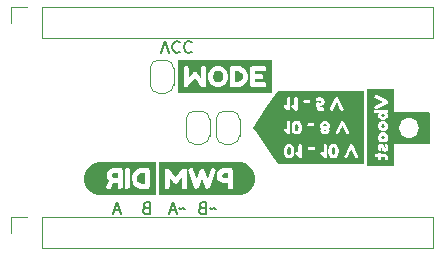
<source format=gbo>
%TF.GenerationSoftware,KiCad,Pcbnew,(6.0.0-0)*%
%TF.CreationDate,2023-05-28T12:29:54+10:00*%
%TF.ProjectId,motor-driver,6d6f746f-722d-4647-9269-7665722e6b69,v1.0.0*%
%TF.SameCoordinates,Original*%
%TF.FileFunction,Legend,Bot*%
%TF.FilePolarity,Positive*%
%FSLAX46Y46*%
G04 Gerber Fmt 4.6, Leading zero omitted, Abs format (unit mm)*
G04 Created by KiCad (PCBNEW (6.0.0-0)) date 2023-05-28 12:29:54*
%MOMM*%
%LPD*%
G01*
G04 APERTURE LIST*
G04 Aperture macros list*
%AMFreePoly0*
4,1,22,0.500000,-0.750000,0.000000,-0.750000,0.000000,-0.745033,-0.079941,-0.743568,-0.215256,-0.701293,-0.333266,-0.622738,-0.424486,-0.514219,-0.481581,-0.384460,-0.499164,-0.250000,-0.500000,-0.250000,-0.500000,0.250000,-0.499164,0.250000,-0.499963,0.256109,-0.478152,0.396186,-0.417904,0.524511,-0.324060,0.630769,-0.204165,0.706417,-0.067858,0.745374,0.000000,0.744959,0.000000,0.750000,
0.500000,0.750000,0.500000,-0.750000,0.500000,-0.750000,$1*%
%AMFreePoly1*
4,1,20,0.000000,0.744959,0.073905,0.744508,0.209726,0.703889,0.328688,0.626782,0.421226,0.519385,0.479903,0.390333,0.500000,0.250000,0.500000,-0.250000,0.499851,-0.262216,0.476331,-0.402017,0.414519,-0.529596,0.319384,-0.634700,0.198574,-0.708877,0.061801,-0.746166,0.000000,-0.745033,0.000000,-0.750000,-0.500000,-0.750000,-0.500000,0.750000,0.000000,0.750000,0.000000,0.744959,
0.000000,0.744959,$1*%
G04 Aperture macros list end*
%ADD10C,0.150000*%
%ADD11C,0.120000*%
%ADD12R,1.700000X1.700000*%
%ADD13O,1.700000X1.700000*%
%ADD14FreePoly0,270.000000*%
%ADD15FreePoly1,270.000000*%
G04 APERTURE END LIST*
D10*
X162306000Y-97790000D02*
X159258000Y-97790000D01*
X159258000Y-97790000D02*
X159258000Y-100330000D01*
X159258000Y-100330000D02*
X162306000Y-100330000D01*
X162306000Y-100330000D02*
X162306000Y-97790000D01*
G36*
X162306000Y-97790000D02*
G01*
X159258000Y-97790000D01*
X159258000Y-100330000D01*
X162306000Y-100330000D01*
X162306000Y-97790000D01*
G37*
X139636666Y-92749619D02*
X139970000Y-91749619D01*
X140303333Y-92749619D01*
X141208095Y-91844857D02*
X141160476Y-91797238D01*
X141017619Y-91749619D01*
X140922380Y-91749619D01*
X140779523Y-91797238D01*
X140684285Y-91892476D01*
X140636666Y-91987714D01*
X140589047Y-92178190D01*
X140589047Y-92321047D01*
X140636666Y-92511523D01*
X140684285Y-92606761D01*
X140779523Y-92702000D01*
X140922380Y-92749619D01*
X141017619Y-92749619D01*
X141160476Y-92702000D01*
X141208095Y-92654380D01*
X142208095Y-91844857D02*
X142160476Y-91797238D01*
X142017619Y-91749619D01*
X141922380Y-91749619D01*
X141779523Y-91797238D01*
X141684285Y-91892476D01*
X141636666Y-91987714D01*
X141589047Y-92178190D01*
X141589047Y-92321047D01*
X141636666Y-92511523D01*
X141684285Y-92606761D01*
X141779523Y-92702000D01*
X141922380Y-92749619D01*
X142017619Y-92749619D01*
X142160476Y-92702000D01*
X142208095Y-92654380D01*
X141660476Y-105989428D02*
X141612857Y-105941809D01*
X141517619Y-105894190D01*
X141327142Y-105989428D01*
X141231904Y-105941809D01*
X141184285Y-105894190D01*
X140850952Y-106084666D02*
X140374761Y-106084666D01*
X140946190Y-106370380D02*
X140612857Y-105370380D01*
X140279523Y-106370380D01*
X136128095Y-106084666D02*
X135651904Y-106084666D01*
X136223333Y-106370380D02*
X135890000Y-105370380D01*
X135556666Y-106370380D01*
X138358571Y-105846571D02*
X138215714Y-105894190D01*
X138168095Y-105941809D01*
X138120476Y-106037047D01*
X138120476Y-106179904D01*
X138168095Y-106275142D01*
X138215714Y-106322761D01*
X138310952Y-106370380D01*
X138691904Y-106370380D01*
X138691904Y-105370380D01*
X138358571Y-105370380D01*
X138263333Y-105418000D01*
X138215714Y-105465619D01*
X138168095Y-105560857D01*
X138168095Y-105656095D01*
X138215714Y-105751333D01*
X138263333Y-105798952D01*
X138358571Y-105846571D01*
X138691904Y-105846571D01*
X144271904Y-105989428D02*
X144224285Y-105941809D01*
X144129047Y-105894190D01*
X143938571Y-105989428D01*
X143843333Y-105941809D01*
X143795714Y-105894190D01*
X143081428Y-105846571D02*
X142938571Y-105894190D01*
X142890952Y-105941809D01*
X142843333Y-106037047D01*
X142843333Y-106179904D01*
X142890952Y-106275142D01*
X142938571Y-106322761D01*
X143033809Y-106370380D01*
X143414761Y-106370380D01*
X143414761Y-105370380D01*
X143081428Y-105370380D01*
X142986190Y-105418000D01*
X142938571Y-105465619D01*
X142890952Y-105560857D01*
X142890952Y-105656095D01*
X142938571Y-105751333D01*
X142986190Y-105798952D01*
X143081428Y-105846571D01*
X143414761Y-105846571D01*
D11*
%TO.C,JP2*%
X144288000Y-98360000D02*
X144288000Y-99760000D01*
X144988000Y-100460000D02*
X145588000Y-100460000D01*
X146288000Y-99760000D02*
X146288000Y-98360000D01*
X145588000Y-97660000D02*
X144988000Y-97660000D01*
X144288000Y-99760000D02*
G75*
G03*
X144988000Y-100460000I699999J-1D01*
G01*
X145588000Y-100460000D02*
G75*
G03*
X146288000Y-99760000I1J699999D01*
G01*
X144988000Y-97660000D02*
G75*
G03*
X144288000Y-98360000I-1J-699999D01*
G01*
X146288000Y-98360000D02*
G75*
G03*
X145588000Y-97660000I-699999J1D01*
G01*
%TO.C,kibuzzard-6471C20C*%
G36*
X158496000Y-99740244D02*
G01*
X158544419Y-99778344D01*
X158583313Y-99881531D01*
X158543625Y-99986306D01*
X158494412Y-100025597D01*
X158426150Y-100038694D01*
X158358284Y-100026391D01*
X158310263Y-99989481D01*
X158272163Y-99883119D01*
X158311850Y-99776756D01*
X158360864Y-99739847D01*
X158428531Y-99727544D01*
X158496000Y-99740244D01*
G37*
G36*
X159375343Y-95782739D02*
G01*
X159375343Y-102337261D01*
X157108657Y-102337261D01*
X157108657Y-101445219D01*
X157726062Y-101445219D01*
X157740747Y-101531341D01*
X157784800Y-101573806D01*
X157865762Y-101581744D01*
X158021337Y-101581744D01*
X158014987Y-101687313D01*
X158017369Y-101741288D01*
X158032450Y-101783356D01*
X158073328Y-101814313D01*
X158154687Y-101824631D01*
X158235253Y-101813916D01*
X158276925Y-101781769D01*
X158290419Y-101739700D01*
X158292800Y-101684931D01*
X158286450Y-101581744D01*
X158505525Y-101581744D01*
X158567438Y-101595238D01*
X158586488Y-101646038D01*
X158588869Y-101703188D01*
X158603950Y-101745256D01*
X158710313Y-101781769D01*
X158790878Y-101770656D01*
X158832550Y-101737319D01*
X158846044Y-101695250D01*
X158848425Y-101642069D01*
X158840135Y-101540822D01*
X158815264Y-101457213D01*
X158773813Y-101391244D01*
X158712606Y-101343619D01*
X158628468Y-101315044D01*
X158521400Y-101305519D01*
X158286450Y-101305519D01*
X158291213Y-101240431D01*
X158264225Y-101182488D01*
X158172150Y-101159469D01*
X158077694Y-101167406D01*
X158035625Y-101189631D01*
X158014987Y-101253131D01*
X158021337Y-101305519D01*
X157857825Y-101305519D01*
X157803850Y-101307900D01*
X157765750Y-101322981D01*
X157735984Y-101363859D01*
X157726062Y-101445219D01*
X157108657Y-101445219D01*
X157108657Y-100772119D01*
X157995937Y-100772119D01*
X158009431Y-100886419D01*
X158049912Y-101003894D01*
X158113412Y-101059456D01*
X158207075Y-101024531D01*
X158262638Y-100953094D01*
X158238825Y-100882450D01*
X158215012Y-100770531D01*
X158249938Y-100676869D01*
X158289228Y-100703856D01*
X158311850Y-100784819D01*
X158332488Y-100888006D01*
X158372175Y-100988019D01*
X158449169Y-101065012D01*
X158510883Y-101088230D01*
X158586488Y-101095969D01*
X158662886Y-101088230D01*
X158726981Y-101065012D01*
X158813500Y-100978494D01*
X158840840Y-100905028D01*
X158857244Y-100820097D01*
X158862713Y-100723700D01*
X158852835Y-100622894D01*
X158823201Y-100524733D01*
X158773813Y-100429219D01*
X158713488Y-100399056D01*
X158661497Y-100414138D01*
X158588075Y-100459381D01*
X158561088Y-100515738D01*
X158599981Y-100621306D01*
X158638875Y-100741956D01*
X158629350Y-100814584D01*
X158600775Y-100838794D01*
X158574581Y-100812203D01*
X158556325Y-100732431D01*
X158530528Y-100632816D01*
X158481713Y-100533994D01*
X158392019Y-100457794D01*
X158325145Y-100435172D01*
X158246763Y-100427631D01*
X158156465Y-100441411D01*
X158086234Y-100482749D01*
X158036069Y-100551647D01*
X158005970Y-100648103D01*
X157995937Y-100772119D01*
X157108657Y-100772119D01*
X157108657Y-99884706D01*
X157992762Y-99884706D01*
X158006433Y-99994597D01*
X158047443Y-100095667D01*
X158115794Y-100187919D01*
X158205311Y-100261120D01*
X158309822Y-100305041D01*
X158429325Y-100319681D01*
X158553745Y-100302616D01*
X158663481Y-100251419D01*
X158752381Y-100175814D01*
X158814294Y-100085525D01*
X158850608Y-99986108D01*
X158862713Y-99883119D01*
X158849814Y-99779931D01*
X158811119Y-99679919D01*
X158747222Y-99589233D01*
X158658719Y-99514025D01*
X158551364Y-99463423D01*
X158430913Y-99446556D01*
X158311321Y-99461373D01*
X158206546Y-99505823D01*
X158116587Y-99579906D01*
X158047796Y-99673040D01*
X158006521Y-99774640D01*
X157992762Y-99884706D01*
X157108657Y-99884706D01*
X157108657Y-98932206D01*
X157992762Y-98932206D01*
X158006433Y-99042097D01*
X158047443Y-99143167D01*
X158115794Y-99235419D01*
X158205311Y-99308620D01*
X158309822Y-99352541D01*
X158429325Y-99367181D01*
X158553745Y-99350116D01*
X158663481Y-99298919D01*
X158752381Y-99223314D01*
X158814294Y-99133025D01*
X158850608Y-99033608D01*
X158862713Y-98930619D01*
X158849814Y-98827431D01*
X158811119Y-98727419D01*
X158747222Y-98636733D01*
X158658719Y-98561525D01*
X158551364Y-98510923D01*
X158430913Y-98494056D01*
X158311321Y-98508873D01*
X158206546Y-98553323D01*
X158116587Y-98627406D01*
X158047796Y-98720540D01*
X158006521Y-98822140D01*
X157992762Y-98932206D01*
X157108657Y-98932206D01*
X157108657Y-97717769D01*
X157621287Y-97717769D01*
X157632003Y-97797937D01*
X157664150Y-97838419D01*
X157706219Y-97853500D01*
X157760987Y-97855881D01*
X158091187Y-97855881D01*
X158032847Y-97932875D01*
X158013400Y-98036856D01*
X158027335Y-98128490D01*
X158069139Y-98215009D01*
X158138812Y-98296412D01*
X158226919Y-98362117D01*
X158324021Y-98401540D01*
X158430119Y-98414681D01*
X158536128Y-98401628D01*
X158632966Y-98362470D01*
X158720631Y-98297206D01*
X158789864Y-98216949D01*
X158831403Y-98132812D01*
X158845250Y-98044794D01*
X158826200Y-97929303D01*
X158769050Y-97852706D01*
X158827391Y-97812225D01*
X158846838Y-97716181D01*
X158836122Y-97635616D01*
X158803975Y-97593944D01*
X158761906Y-97580450D01*
X158707138Y-97578069D01*
X157759400Y-97578069D01*
X157704631Y-97580450D01*
X157664150Y-97593944D01*
X157632003Y-97636012D01*
X157621287Y-97717769D01*
X157108657Y-97717769D01*
X157108657Y-97303431D01*
X157675262Y-97303431D01*
X157702250Y-97397094D01*
X157750669Y-97467341D01*
X157803850Y-97490756D01*
X157880050Y-97466944D01*
X158769050Y-97028794D01*
X158825406Y-96975612D01*
X158846838Y-96901794D01*
X158846838Y-96885919D01*
X158825406Y-96810512D01*
X158769050Y-96757331D01*
X157880050Y-96319181D01*
X157803850Y-96295369D01*
X157750669Y-96318784D01*
X157702250Y-96389031D01*
X157675262Y-96469200D01*
X157681612Y-96511269D01*
X157703837Y-96538256D01*
X157745906Y-96564450D01*
X157790356Y-96585683D01*
X157877669Y-96625569D01*
X157989786Y-96676567D01*
X158108650Y-96731137D01*
X158227514Y-96785906D01*
X158339631Y-96837500D01*
X158424364Y-96876592D01*
X158461075Y-96893856D01*
X157765750Y-97211356D01*
X157718125Y-97233581D01*
X157675262Y-97303431D01*
X157108657Y-97303431D01*
X157108657Y-95782739D01*
X159375343Y-95782739D01*
G37*
G36*
X158496000Y-98787744D02*
G01*
X158544419Y-98825844D01*
X158583313Y-98929031D01*
X158543625Y-99033806D01*
X158494412Y-99073097D01*
X158426150Y-99086194D01*
X158358284Y-99073891D01*
X158310263Y-99036981D01*
X158272163Y-98930619D01*
X158311850Y-98824256D01*
X158360864Y-98787347D01*
X158428531Y-98775044D01*
X158496000Y-98787744D01*
G37*
G36*
X158526163Y-97897950D02*
G01*
X158569025Y-97995581D01*
X158526163Y-98095594D01*
X158430913Y-98136869D01*
X158334869Y-98098769D01*
X158291213Y-97997169D01*
X158335663Y-97896362D01*
X158431706Y-97859056D01*
X158526163Y-97897950D01*
G37*
%TO.C,kibuzzard-6471BDC6*%
G36*
X138249356Y-103820913D02*
G01*
X138018374Y-103820913D01*
X137855259Y-103789063D01*
X137708812Y-103693516D01*
X137605227Y-103549748D01*
X137570699Y-103373237D01*
X137604334Y-103196132D01*
X137705240Y-103050578D01*
X137851389Y-102953245D01*
X138020756Y-102920800D01*
X138249356Y-102920800D01*
X138249356Y-103820913D01*
G37*
G36*
X135960974Y-103342281D02*
G01*
X135656174Y-103342281D01*
X135518062Y-103289894D01*
X135449006Y-103132731D01*
X135518062Y-102974378D01*
X135660937Y-102920800D01*
X135960974Y-102920800D01*
X135960974Y-103342281D01*
G37*
G36*
X134361620Y-104764982D02*
G01*
X134226329Y-104744913D01*
X134093658Y-104711681D01*
X133964882Y-104665604D01*
X133841243Y-104607127D01*
X133723931Y-104536813D01*
X133614076Y-104455339D01*
X133512736Y-104363489D01*
X133420887Y-104262149D01*
X133339412Y-104152294D01*
X133292080Y-104073325D01*
X135010856Y-104073325D01*
X135047765Y-104156669D01*
X135158493Y-104225725D01*
X135281127Y-104259063D01*
X135357327Y-104236441D01*
X135401381Y-104190006D01*
X135432601Y-104122008D01*
X135494514Y-103978340D01*
X135587118Y-103759000D01*
X135660937Y-103763763D01*
X135960974Y-103763763D01*
X135960974Y-104032844D01*
X135964546Y-104114997D01*
X135987168Y-104178100D01*
X136050271Y-104226320D01*
X136172906Y-104242394D01*
X136305065Y-104220367D01*
X136368168Y-104154288D01*
X136381907Y-104035225D01*
X136572956Y-104035225D01*
X136576527Y-104118569D01*
X136599149Y-104180481D01*
X136662252Y-104228702D01*
X136784887Y-104244775D01*
X136917046Y-104222153D01*
X136980149Y-104154288D01*
X136994437Y-104032844D01*
X136994437Y-103360141D01*
X137149218Y-103360141D01*
X137165217Y-103535237D01*
X137213214Y-103697385D01*
X137293209Y-103846585D01*
X137405202Y-103982838D01*
X137539966Y-104096393D01*
X137688274Y-104177505D01*
X137850124Y-104226171D01*
X138025518Y-104242394D01*
X138461287Y-104242394D01*
X138579159Y-104227511D01*
X138642262Y-104182863D01*
X138670837Y-104030463D01*
X138670837Y-102706487D01*
X138667265Y-102623144D01*
X138644643Y-102561231D01*
X138581540Y-102513011D01*
X138458906Y-102496937D01*
X138018374Y-102499319D01*
X137850943Y-102514871D01*
X137693929Y-102561529D01*
X137547333Y-102639292D01*
X137411156Y-102748159D01*
X137296558Y-102879723D01*
X137214702Y-103025575D01*
X137165589Y-103185714D01*
X137149218Y-103360141D01*
X136994437Y-103360141D01*
X136994437Y-102708869D01*
X136990865Y-102626716D01*
X136968243Y-102563612D01*
X136905140Y-102515392D01*
X136782506Y-102499319D01*
X136649751Y-102521345D01*
X136584862Y-102587425D01*
X136572956Y-102711250D01*
X136572956Y-104035225D01*
X136381907Y-104035225D01*
X136382456Y-104030463D01*
X136382456Y-102708869D01*
X136378884Y-102626716D01*
X136356262Y-102563612D01*
X136293159Y-102515392D01*
X136170524Y-102499319D01*
X135656174Y-102499319D01*
X135517797Y-102516252D01*
X135382066Y-102567052D01*
X135248981Y-102651719D01*
X135162065Y-102738634D01*
X135091818Y-102851744D01*
X135045384Y-102985094D01*
X135029906Y-103132731D01*
X135049749Y-103301535D01*
X135109281Y-103449173D01*
X135208499Y-103575644D01*
X135167224Y-103673275D01*
X135113249Y-103797894D01*
X135046574Y-103949500D01*
X135010856Y-104073325D01*
X133292080Y-104073325D01*
X133269098Y-104034982D01*
X133210622Y-103911343D01*
X133164545Y-103782568D01*
X133131312Y-103649896D01*
X133111244Y-103514606D01*
X133104533Y-103378000D01*
X133111244Y-103241394D01*
X133131312Y-103106104D01*
X133164545Y-102973432D01*
X133210622Y-102844657D01*
X133269098Y-102721018D01*
X133339412Y-102603706D01*
X133420887Y-102493851D01*
X133512736Y-102392511D01*
X133614076Y-102300661D01*
X133723931Y-102219187D01*
X133841243Y-102148873D01*
X133964882Y-102090396D01*
X134093658Y-102044319D01*
X134226329Y-102011087D01*
X134361620Y-101991018D01*
X134498225Y-101984307D01*
X139183467Y-101984307D01*
X139183467Y-104771693D01*
X134498225Y-104771693D01*
X134361620Y-104764982D01*
G37*
%TO.C,kibuzzard-6471C159*%
G36*
X151181107Y-98755901D02*
G01*
X151231449Y-98813379D01*
X151261655Y-98909177D01*
X151271723Y-99043293D01*
X151271723Y-99052677D01*
X151261753Y-99190215D01*
X151231840Y-99288456D01*
X151181987Y-99347401D01*
X151112191Y-99367049D01*
X151042396Y-99347352D01*
X150992542Y-99288261D01*
X150962630Y-99189775D01*
X150952659Y-99051895D01*
X150962532Y-98914015D01*
X150992151Y-98815530D01*
X151041516Y-98756438D01*
X151110627Y-98736741D01*
X151181107Y-98755901D01*
G37*
G36*
X153616218Y-98760202D02*
G01*
X153650627Y-98840750D01*
X153615436Y-98921298D01*
X153512210Y-98958835D01*
X153408201Y-98922080D01*
X153372228Y-98841532D01*
X153408201Y-98760202D01*
X153512992Y-98722665D01*
X153616218Y-98760202D01*
G37*
G36*
X154300796Y-100744411D02*
G01*
X154351894Y-100802751D01*
X154382552Y-100899986D01*
X154392772Y-101036114D01*
X154392772Y-101045639D01*
X154382652Y-101185240D01*
X154352291Y-101284954D01*
X154301689Y-101344783D01*
X154230847Y-101364726D01*
X154160005Y-101344734D01*
X154109403Y-101284756D01*
X154079042Y-101184793D01*
X154068922Y-101044845D01*
X154078943Y-100904897D01*
X154109006Y-100804934D01*
X154159112Y-100744956D01*
X154229259Y-100724964D01*
X154300796Y-100744411D01*
G37*
G36*
X147445085Y-99060000D02*
G01*
X148641783Y-97264954D01*
X150023278Y-97264954D01*
X150078764Y-97355888D01*
X150331531Y-97583995D01*
X150336155Y-97587077D01*
X150423236Y-97627150D01*
X150496446Y-97619444D01*
X150536519Y-97601719D01*
X150558096Y-97568582D01*
X150565803Y-97486895D01*
X150565803Y-97264954D01*
X150650572Y-97264954D01*
X150706057Y-97355888D01*
X150958824Y-97583995D01*
X150963448Y-97587077D01*
X151050530Y-97627150D01*
X151123739Y-97619444D01*
X151163812Y-97601719D01*
X151185390Y-97568582D01*
X151193096Y-97486895D01*
X151193096Y-96833400D01*
X151683218Y-96833400D01*
X151692465Y-96902757D01*
X151721749Y-96939747D01*
X151795730Y-96953619D01*
X152162550Y-96953619D01*
X152231136Y-96940903D01*
X152264273Y-96902757D01*
X152273521Y-96831859D01*
X152265044Y-96761732D01*
X152238072Y-96723971D01*
X152161009Y-96710099D01*
X151794189Y-96710099D01*
X151725217Y-96723200D01*
X151690924Y-96762502D01*
X151683218Y-96833400D01*
X151193096Y-96833400D01*
X151193096Y-96679274D01*
X152725111Y-96679274D01*
X152782138Y-96779456D01*
X152871531Y-96830318D01*
X152974795Y-96780997D01*
X153071124Y-96748631D01*
X153172847Y-96777915D01*
X153205985Y-96858831D01*
X153169765Y-96940518D01*
X153087307Y-96970573D01*
X153013327Y-96942830D01*
X152929328Y-96907381D01*
X152832229Y-96936665D01*
X152760560Y-96983673D01*
X152743606Y-97021434D01*
X152751312Y-97093488D01*
X152774431Y-97269577D01*
X152797935Y-97442969D01*
X152806798Y-97506932D01*
X152817587Y-97539298D01*
X152839935Y-97580912D01*
X152880008Y-97614050D01*
X152942429Y-97628692D01*
X153176701Y-97627150D01*
X153321579Y-97627150D01*
X153375523Y-97624838D01*
X153415596Y-97610196D01*
X153446807Y-97568582D01*
X153454266Y-97510014D01*
X153931919Y-97510014D01*
X153954653Y-97561647D01*
X154022854Y-97608655D01*
X154100687Y-97634857D01*
X154141531Y-97628692D01*
X154167732Y-97607114D01*
X154193163Y-97566270D01*
X154213777Y-97523115D01*
X154252502Y-97438346D01*
X154302015Y-97329494D01*
X154354996Y-97214092D01*
X154408169Y-97098690D01*
X154458260Y-96989838D01*
X154512975Y-96871932D01*
X154821227Y-97547005D01*
X154842805Y-97593242D01*
X154910621Y-97634857D01*
X155001555Y-97608655D01*
X155069756Y-97561647D01*
X155092489Y-97510014D01*
X155069371Y-97436034D01*
X154643982Y-96572927D01*
X154592350Y-96518212D01*
X154520681Y-96497405D01*
X154505269Y-96497405D01*
X154432059Y-96518212D01*
X154380426Y-96572927D01*
X153955038Y-97436034D01*
X153931919Y-97510014D01*
X153454266Y-97510014D01*
X153457210Y-97486895D01*
X153447577Y-97412529D01*
X153418679Y-97374383D01*
X153380918Y-97359741D01*
X153330827Y-97357429D01*
X153061106Y-97357429D01*
X153045693Y-97240293D01*
X153099638Y-97243376D01*
X153193997Y-97231131D01*
X153281849Y-97194398D01*
X153363193Y-97133176D01*
X153428269Y-97054229D01*
X153467314Y-96964322D01*
X153480329Y-96863455D01*
X153467999Y-96762074D01*
X153431009Y-96670626D01*
X153369358Y-96589110D01*
X153289384Y-96525319D01*
X153197422Y-96487044D01*
X153093472Y-96474286D01*
X153000997Y-96482335D01*
X152914686Y-96506481D01*
X152834540Y-96546725D01*
X152796009Y-96576009D01*
X152783679Y-96586798D01*
X152725111Y-96679274D01*
X151193096Y-96679274D01*
X151193096Y-96628412D01*
X151190784Y-96575239D01*
X151176142Y-96534395D01*
X151135299Y-96503185D01*
X151055924Y-96492781D01*
X150978476Y-96502800D01*
X150937247Y-96532854D01*
X150922605Y-96575239D01*
X150920293Y-96631495D01*
X150920293Y-97181725D01*
X150900256Y-97163230D01*
X150792368Y-97115451D01*
X150699122Y-97169395D01*
X150650572Y-97264954D01*
X150565803Y-97264954D01*
X150565803Y-96628412D01*
X150563491Y-96575239D01*
X150548849Y-96534395D01*
X150508005Y-96503185D01*
X150428630Y-96492781D01*
X150351182Y-96502800D01*
X150309953Y-96532854D01*
X150295311Y-96575239D01*
X150292999Y-96631495D01*
X150292999Y-97181725D01*
X150272963Y-97163230D01*
X150165074Y-97115451D01*
X150071828Y-97169395D01*
X150023278Y-97264954D01*
X148641783Y-97264954D01*
X149510648Y-95961656D01*
X156846915Y-95961656D01*
X156846915Y-102158344D01*
X149510648Y-102158344D01*
X148768845Y-101045639D01*
X150039847Y-101045639D01*
X150043992Y-101146357D01*
X150056427Y-101236844D01*
X150077153Y-101317101D01*
X150116642Y-101417709D01*
X150160497Y-101494108D01*
X150215861Y-101553242D01*
X150289878Y-101602058D01*
X150379770Y-101634800D01*
X150482759Y-101645714D01*
X150585352Y-101634998D01*
X150674053Y-101602851D01*
X150747078Y-101554829D01*
X150802641Y-101496489D01*
X150844908Y-101427433D01*
X150878047Y-101347264D01*
X150902681Y-101256776D01*
X150989172Y-101256776D01*
X151046322Y-101350439D01*
X151306672Y-101585389D01*
X151311434Y-101588564D01*
X151401128Y-101629839D01*
X151476534Y-101621901D01*
X151517809Y-101603645D01*
X151540034Y-101569514D01*
X151547972Y-101485376D01*
X151547972Y-101256776D01*
X153125947Y-101256776D01*
X153183097Y-101350439D01*
X153443447Y-101585389D01*
X153448209Y-101588564D01*
X153537903Y-101629839D01*
X153613309Y-101621901D01*
X153654584Y-101603645D01*
X153676809Y-101569514D01*
X153684747Y-101485376D01*
X153684747Y-101045639D01*
X153787934Y-101045639D01*
X153792080Y-101146357D01*
X153804515Y-101236844D01*
X153825241Y-101317101D01*
X153864730Y-101417709D01*
X153908584Y-101494108D01*
X153963948Y-101553242D01*
X154037966Y-101602058D01*
X154127858Y-101634800D01*
X154230847Y-101645714D01*
X154333439Y-101634998D01*
X154422141Y-101602851D01*
X154495166Y-101554829D01*
X154538633Y-101509189D01*
X155138897Y-101509189D01*
X155162313Y-101562370D01*
X155232559Y-101610789D01*
X155312728Y-101637776D01*
X155354797Y-101631426D01*
X155381784Y-101609201D01*
X155407978Y-101567133D01*
X155429211Y-101522683D01*
X155469097Y-101435370D01*
X155520095Y-101323253D01*
X155574666Y-101204389D01*
X155629434Y-101085525D01*
X155681028Y-100973408D01*
X155720120Y-100888675D01*
X155737384Y-100851964D01*
X156054884Y-101547289D01*
X156077109Y-101594914D01*
X156146959Y-101637776D01*
X156240622Y-101610789D01*
X156310869Y-101562370D01*
X156334284Y-101509189D01*
X156310472Y-101432989D01*
X155872322Y-100543989D01*
X155819141Y-100487633D01*
X155745322Y-100466201D01*
X155729447Y-100466201D01*
X155654041Y-100487633D01*
X155600859Y-100543989D01*
X155162709Y-101432989D01*
X155138897Y-101509189D01*
X154538633Y-101509189D01*
X154550728Y-101496489D01*
X154592995Y-101427433D01*
X154626134Y-101347264D01*
X154652593Y-101250074D01*
X154668468Y-101149003D01*
X154673759Y-101044051D01*
X154666020Y-100907824D01*
X154642803Y-100786479D01*
X154604108Y-100680018D01*
X154549934Y-100588439D01*
X154494967Y-100530495D01*
X154422141Y-100483664D01*
X154333836Y-100452708D01*
X154232434Y-100442389D01*
X154130636Y-100452906D01*
X154041141Y-100484458D01*
X153966925Y-100531487D01*
X153910966Y-100588439D01*
X153868302Y-100656304D01*
X153833972Y-100736076D01*
X153808395Y-100831150D01*
X153793050Y-100934337D01*
X153787934Y-101045639D01*
X153684747Y-101045639D01*
X153684747Y-100601139D01*
X153682366Y-100546370D01*
X153667284Y-100504301D01*
X153625216Y-100472154D01*
X153543459Y-100461439D01*
X153463688Y-100471758D01*
X153421222Y-100502714D01*
X153406141Y-100546370D01*
X153403759Y-100604314D01*
X153403759Y-101171051D01*
X153383122Y-101152001D01*
X153271997Y-101102789D01*
X153175953Y-101158351D01*
X153125947Y-101256776D01*
X151547972Y-101256776D01*
X151547972Y-100812276D01*
X152052797Y-100812276D01*
X152062322Y-100883714D01*
X152092484Y-100921814D01*
X152168684Y-100936101D01*
X152546509Y-100936101D01*
X152617153Y-100923004D01*
X152651284Y-100883714D01*
X152660809Y-100810689D01*
X152652078Y-100738458D01*
X152624297Y-100699564D01*
X152544922Y-100685276D01*
X152167097Y-100685276D01*
X152096056Y-100698770D01*
X152060734Y-100739251D01*
X152052797Y-100812276D01*
X151547972Y-100812276D01*
X151547972Y-100601139D01*
X151545591Y-100546370D01*
X151530509Y-100504301D01*
X151488441Y-100472154D01*
X151406684Y-100461439D01*
X151326913Y-100471758D01*
X151284447Y-100502714D01*
X151269366Y-100546370D01*
X151266984Y-100604314D01*
X151266984Y-101171051D01*
X151246347Y-101152001D01*
X151135222Y-101102789D01*
X151039178Y-101158351D01*
X150989172Y-101256776D01*
X150902681Y-101256776D01*
X150904505Y-101250074D01*
X150920380Y-101149003D01*
X150925672Y-101044051D01*
X150917933Y-100907824D01*
X150894716Y-100786479D01*
X150856020Y-100680018D01*
X150801847Y-100588439D01*
X150746880Y-100530495D01*
X150674053Y-100483664D01*
X150585748Y-100452708D01*
X150484347Y-100442389D01*
X150382548Y-100452906D01*
X150293053Y-100484458D01*
X150218838Y-100531487D01*
X150162878Y-100588439D01*
X150120214Y-100656304D01*
X150085884Y-100736076D01*
X150060308Y-100831150D01*
X150044962Y-100934337D01*
X150039847Y-101045639D01*
X148768845Y-101045639D01*
X147578881Y-99260694D01*
X150023620Y-99260694D01*
X150079925Y-99352973D01*
X150336428Y-99584451D01*
X150341120Y-99587579D01*
X150429488Y-99628244D01*
X150503780Y-99620424D01*
X150544445Y-99602437D01*
X150566342Y-99568810D01*
X150574162Y-99485916D01*
X150574162Y-99052677D01*
X150675824Y-99052677D01*
X150679908Y-99151907D01*
X150692160Y-99241057D01*
X150712579Y-99320128D01*
X150751485Y-99419249D01*
X150794691Y-99494518D01*
X150849237Y-99552779D01*
X150922161Y-99600873D01*
X151010724Y-99633131D01*
X151112191Y-99643884D01*
X151213267Y-99633327D01*
X151300658Y-99601655D01*
X151372604Y-99554343D01*
X151427345Y-99496864D01*
X151468988Y-99428829D01*
X151501637Y-99349845D01*
X151527705Y-99254091D01*
X151543345Y-99154514D01*
X151548558Y-99051113D01*
X151540934Y-98916899D01*
X151522923Y-98822763D01*
X152022462Y-98822763D01*
X152031847Y-98893145D01*
X152061563Y-98930682D01*
X152136637Y-98944759D01*
X152508879Y-98944759D01*
X152578478Y-98931855D01*
X152612105Y-98893145D01*
X152618021Y-98847788D01*
X153095393Y-98847788D01*
X153103409Y-98912500D01*
X153127456Y-98975257D01*
X153190800Y-99065190D01*
X153223645Y-99094906D01*
X153197056Y-99119931D01*
X153155609Y-99187967D01*
X153129802Y-99296667D01*
X153142662Y-99392943D01*
X153181242Y-99477401D01*
X153245541Y-99550042D01*
X153326871Y-99605652D01*
X153416543Y-99639018D01*
X153514556Y-99650140D01*
X153612222Y-99638844D01*
X153700850Y-99604957D01*
X153780443Y-99548478D01*
X153813486Y-99509377D01*
X154385726Y-99509377D01*
X154408795Y-99561772D01*
X154478004Y-99609475D01*
X154556988Y-99636064D01*
X154598435Y-99629808D01*
X154625024Y-99607911D01*
X154650831Y-99566464D01*
X154671750Y-99522671D01*
X154711046Y-99436649D01*
X154761291Y-99326189D01*
X154815055Y-99209081D01*
X154869014Y-99091974D01*
X154919845Y-98981513D01*
X154975369Y-98861864D01*
X155288177Y-99546914D01*
X155310073Y-99593835D01*
X155378891Y-99636064D01*
X155471169Y-99609475D01*
X155540378Y-99561772D01*
X155563448Y-99509377D01*
X155539987Y-99434303D01*
X155108312Y-98558441D01*
X155055917Y-98502917D01*
X154983189Y-98481803D01*
X154967549Y-98481803D01*
X154893257Y-98502917D01*
X154840861Y-98558441D01*
X154409186Y-99434303D01*
X154385726Y-99509377D01*
X153813486Y-99509377D01*
X153843004Y-99474447D01*
X153880541Y-99387903D01*
X153893053Y-99288847D01*
X153870375Y-99193441D01*
X153824236Y-99119931D01*
X153800775Y-99094906D01*
X153835966Y-99062844D01*
X153892271Y-98977603D01*
X153918665Y-98913087D01*
X153927462Y-98847788D01*
X153913299Y-98738566D01*
X153870809Y-98644463D01*
X153799993Y-98565479D01*
X153711277Y-98505959D01*
X153615089Y-98470246D01*
X153511428Y-98458342D01*
X153407767Y-98470159D01*
X153311578Y-98505611D01*
X153222863Y-98564697D01*
X153152046Y-98643420D01*
X153109557Y-98737784D01*
X153095393Y-98847788D01*
X152618021Y-98847788D01*
X152621489Y-98821199D01*
X152612887Y-98750036D01*
X152585517Y-98711717D01*
X152507315Y-98697640D01*
X152135073Y-98697640D01*
X152065082Y-98710935D01*
X152030283Y-98750818D01*
X152022462Y-98822763D01*
X151522923Y-98822763D01*
X151518060Y-98797348D01*
X151479936Y-98692459D01*
X151426563Y-98602234D01*
X151372408Y-98545146D01*
X151300658Y-98499007D01*
X151213658Y-98468509D01*
X151113755Y-98458342D01*
X151013461Y-98468704D01*
X150925289Y-98499789D01*
X150852170Y-98546124D01*
X150797037Y-98602234D01*
X150755004Y-98669097D01*
X150721182Y-98747690D01*
X150695983Y-98841358D01*
X150680864Y-98943021D01*
X150675824Y-99052677D01*
X150574162Y-99052677D01*
X150574162Y-98614746D01*
X150571816Y-98560787D01*
X150556957Y-98519340D01*
X150515510Y-98487668D01*
X150434962Y-98477111D01*
X150356369Y-98487277D01*
X150314531Y-98517776D01*
X150299673Y-98560787D01*
X150297327Y-98617874D01*
X150297327Y-99176236D01*
X150276994Y-99157468D01*
X150167512Y-99108983D01*
X150072887Y-99163724D01*
X150023620Y-99260694D01*
X147578881Y-99260694D01*
X147445085Y-99060000D01*
G37*
G36*
X150552709Y-100744411D02*
G01*
X150603806Y-100802751D01*
X150634465Y-100899986D01*
X150644684Y-101036114D01*
X150644684Y-101045639D01*
X150634564Y-101185240D01*
X150604203Y-101284954D01*
X150553602Y-101344783D01*
X150482759Y-101364726D01*
X150411917Y-101344734D01*
X150361316Y-101284756D01*
X150330955Y-101184793D01*
X150320834Y-101044845D01*
X150330855Y-100904897D01*
X150360919Y-100804934D01*
X150411024Y-100744956D01*
X150481172Y-100724964D01*
X150552709Y-100744411D01*
G37*
G36*
X153590412Y-99238798D02*
G01*
X153616218Y-99298231D01*
X153589630Y-99356883D01*
X153510646Y-99384254D01*
X153433226Y-99357665D01*
X153408201Y-99299013D01*
X153435572Y-99238798D01*
X153513774Y-99210645D01*
X153590412Y-99238798D01*
G37*
%TO.C,J4*%
X126950000Y-88840000D02*
X126950000Y-90170000D01*
X128280000Y-88840000D02*
X126950000Y-88840000D01*
X129550000Y-88840000D02*
X129550000Y-91500000D01*
X129550000Y-91500000D02*
X162630000Y-91500000D01*
X162630000Y-88840000D02*
X162630000Y-91500000D01*
X129550000Y-88840000D02*
X162630000Y-88840000D01*
%TO.C,J1*%
X128280000Y-106620000D02*
X126950000Y-106620000D01*
X126950000Y-106620000D02*
X126950000Y-107950000D01*
X129550000Y-106620000D02*
X162630000Y-106620000D01*
X162630000Y-106620000D02*
X162630000Y-109280000D01*
X129550000Y-109280000D02*
X162630000Y-109280000D01*
X129550000Y-106620000D02*
X129550000Y-109280000D01*
%TO.C,kibuzzard-6471BDE7*%
G36*
X146345850Y-101993388D02*
G01*
X146480909Y-102013422D01*
X146613354Y-102046598D01*
X146741909Y-102092596D01*
X146865337Y-102150973D01*
X146982449Y-102221167D01*
X147092116Y-102302502D01*
X147193283Y-102394194D01*
X147284976Y-102495361D01*
X147366311Y-102605029D01*
X147436505Y-102722140D01*
X147494882Y-102845568D01*
X147540880Y-102974124D01*
X147574055Y-103106569D01*
X147594090Y-103241628D01*
X147600789Y-103378000D01*
X147594090Y-103514372D01*
X147574055Y-103649431D01*
X147540880Y-103781876D01*
X147494882Y-103910432D01*
X147436505Y-104033860D01*
X147366311Y-104150971D01*
X147284976Y-104260639D01*
X147193283Y-104361806D01*
X147092116Y-104453498D01*
X146982449Y-104534833D01*
X146865337Y-104605027D01*
X146741909Y-104663404D01*
X146613354Y-104709402D01*
X146480909Y-104742578D01*
X146345850Y-104762612D01*
X146209478Y-104769311D01*
X139419211Y-104769311D01*
X139419211Y-104049513D01*
X139931841Y-104049513D01*
X139954463Y-104179886D01*
X140022329Y-104242394D01*
X140136629Y-104256681D01*
X140246166Y-104244775D01*
X140308079Y-104216200D01*
X140341416Y-104168575D01*
X140353322Y-104044750D01*
X140353322Y-103247031D01*
X140426546Y-103342579D01*
X140527154Y-103481584D01*
X140620618Y-103612255D01*
X140672410Y-103682800D01*
X140715272Y-103738759D01*
X140773613Y-103781622D01*
X140873626Y-103809006D01*
X140971257Y-103784003D01*
X141034360Y-103735188D01*
X141053410Y-103708994D01*
X141124252Y-103615827D01*
X141241529Y-103455391D01*
X141349876Y-103306265D01*
X141393929Y-103247031D01*
X141393929Y-104049513D01*
X141397501Y-104131666D01*
X141420122Y-104192388D01*
X141484416Y-104240608D01*
X141605860Y-104256681D01*
X141723732Y-104240608D01*
X141786835Y-104192388D01*
X141809457Y-104130475D01*
X141813029Y-104044750D01*
X141813029Y-102723156D01*
X141810958Y-102675531D01*
X141943997Y-102675531D01*
X141972572Y-102792212D01*
X142429772Y-104113806D01*
X142446441Y-104154288D01*
X142509544Y-104217391D01*
X142630988Y-104256681D01*
X142752432Y-104217391D01*
X142820297Y-104140000D01*
X143098904Y-103318469D01*
X143194249Y-103600218D01*
X143268830Y-103820627D01*
X143322646Y-103979694D01*
X143355698Y-104077421D01*
X143367985Y-104113806D01*
X143389416Y-104154288D01*
X143427516Y-104201913D01*
X143558485Y-104256681D01*
X143683501Y-104220963D01*
X143748985Y-104149525D01*
X143765654Y-104113806D01*
X144101852Y-103147019D01*
X144346679Y-103147019D01*
X144362157Y-103294359D01*
X144408591Y-103426816D01*
X144479433Y-103539032D01*
X144568135Y-103625650D01*
X144701485Y-103710317D01*
X144838010Y-103761117D01*
X144977710Y-103778050D01*
X145275366Y-103778050D01*
X145275366Y-104047131D01*
X145278938Y-104129284D01*
X145301560Y-104192388D01*
X145364663Y-104240608D01*
X145487297Y-104256681D01*
X145619457Y-104234655D01*
X145682560Y-104168575D01*
X145696847Y-104044750D01*
X145696847Y-102723156D01*
X145693276Y-102641003D01*
X145670654Y-102577900D01*
X145607551Y-102529680D01*
X145484916Y-102513606D01*
X144975329Y-102513606D01*
X144836952Y-102530540D01*
X144701220Y-102581340D01*
X144568135Y-102666006D01*
X144479433Y-102752922D01*
X144408591Y-102866031D01*
X144362157Y-102999381D01*
X144346679Y-103147019D01*
X144101852Y-103147019D01*
X144225235Y-102792212D01*
X144251429Y-102675531D01*
X144211543Y-102590402D01*
X144091885Y-102525512D01*
X143966869Y-102501700D01*
X143881144Y-102539800D01*
X143827566Y-102656481D01*
X143565629Y-103451819D01*
X143306072Y-102668387D01*
X143259043Y-102583853D01*
X143184629Y-102530275D01*
X143085807Y-102513606D01*
X142972697Y-102552897D01*
X142906022Y-102630287D01*
X142632179Y-103456581D01*
X142370241Y-102656481D01*
X142339285Y-102575519D01*
X142295232Y-102524322D01*
X142215460Y-102499319D01*
X142103541Y-102523131D01*
X141983883Y-102589806D01*
X141943997Y-102675531D01*
X141810958Y-102675531D01*
X141809457Y-102641003D01*
X141786835Y-102577900D01*
X141722541Y-102531466D01*
X141601097Y-102515987D01*
X141490369Y-102531466D01*
X141429647Y-102563612D01*
X141415360Y-102577900D01*
X140874816Y-103287512D01*
X140723654Y-103087773D01*
X140594019Y-102917180D01*
X140485910Y-102775734D01*
X140399328Y-102663434D01*
X140334272Y-102580281D01*
X140266109Y-102532061D01*
X140142582Y-102515987D01*
X140020840Y-102532061D01*
X139958035Y-102580281D01*
X139935413Y-102644575D01*
X139931841Y-102727919D01*
X139931841Y-104049513D01*
X139419211Y-104049513D01*
X139419211Y-101986689D01*
X146209478Y-101986689D01*
X146345850Y-101993388D01*
G37*
G36*
X145275366Y-103356569D02*
G01*
X144975329Y-103356569D01*
X144834835Y-103304181D01*
X144765779Y-103147019D01*
X144834835Y-102988666D01*
X144977710Y-102935087D01*
X145275366Y-102935087D01*
X145275366Y-103356569D01*
G37*
%TO.C,JP3*%
X143748000Y-99760000D02*
X143748000Y-98360000D01*
X141748000Y-98360000D02*
X141748000Y-99760000D01*
X143048000Y-97660000D02*
X142448000Y-97660000D01*
X142448000Y-100460000D02*
X143048000Y-100460000D01*
X143748000Y-98360000D02*
G75*
G03*
X143048000Y-97660000I-699999J1D01*
G01*
X142448000Y-97660000D02*
G75*
G03*
X141748000Y-98360000I-1J-699999D01*
G01*
X141748000Y-99760000D02*
G75*
G03*
X142448000Y-100460000I699999J-1D01*
G01*
X143048000Y-100460000D02*
G75*
G03*
X143748000Y-99760000I1J699999D01*
G01*
%TO.C,JP1*%
X140000000Y-93342000D02*
X139400000Y-93342000D01*
X138700000Y-94042000D02*
X138700000Y-95442000D01*
X139400000Y-96142000D02*
X140000000Y-96142000D01*
X140700000Y-95442000D02*
X140700000Y-94042000D01*
X140700000Y-94042000D02*
G75*
G03*
X140000000Y-93342000I-699999J1D01*
G01*
X139400000Y-93342000D02*
G75*
G03*
X138700000Y-94042000I-1J-699999D01*
G01*
X138700000Y-95442000D02*
G75*
G03*
X139400000Y-96142000I699999J-1D01*
G01*
X140000000Y-96142000D02*
G75*
G03*
X140700000Y-95442000I1J699999D01*
G01*
%TO.C,kibuzzard-6471BF11*%
G36*
X144616091Y-94297897D02*
G01*
X144760156Y-94394337D01*
X144835562Y-94489852D01*
X144880806Y-94604946D01*
X144895887Y-94739619D01*
X144880674Y-94874556D01*
X144835033Y-94990444D01*
X144758966Y-95087281D01*
X144614007Y-95185508D01*
X144452975Y-95218250D01*
X144292241Y-95185210D01*
X144148175Y-95086091D01*
X144072769Y-94989121D01*
X144027525Y-94874424D01*
X144012444Y-94742000D01*
X144027657Y-94609576D01*
X144073298Y-94494879D01*
X144149366Y-94397909D01*
X144294324Y-94298790D01*
X144455356Y-94265750D01*
X144616091Y-94297897D01*
G37*
G36*
X141042364Y-93331639D02*
G01*
X149025636Y-93331639D01*
X149025636Y-96152361D01*
X141042364Y-96152361D01*
X141042364Y-95408750D01*
X141554994Y-95408750D01*
X141558566Y-95490903D01*
X141581187Y-95554006D01*
X141645481Y-95600441D01*
X141766925Y-95615919D01*
X141877653Y-95600441D01*
X141938375Y-95568294D01*
X141952662Y-95554006D01*
X142493206Y-94844394D01*
X142644368Y-95044133D01*
X142774003Y-95214726D01*
X142882112Y-95356172D01*
X142968694Y-95468472D01*
X143033750Y-95551625D01*
X143101913Y-95599845D01*
X143225441Y-95615919D01*
X143347182Y-95599845D01*
X143409987Y-95551625D01*
X143432609Y-95487331D01*
X143436181Y-95403988D01*
X143436181Y-94730094D01*
X143590962Y-94730094D01*
X143608822Y-94921487D01*
X143662400Y-95100378D01*
X143745744Y-95259029D01*
X143852900Y-95389700D01*
X143980892Y-95493880D01*
X144126744Y-95573056D01*
X144283906Y-95623063D01*
X144445831Y-95639731D01*
X144616239Y-95623807D01*
X144775039Y-95576033D01*
X144922230Y-95496410D01*
X145025955Y-95411131D01*
X145472150Y-95411131D01*
X145475722Y-95494475D01*
X145498344Y-95556388D01*
X145561447Y-95604608D01*
X145684081Y-95620681D01*
X146124613Y-95618300D01*
X146292044Y-95602747D01*
X146449058Y-95556090D01*
X146595654Y-95478327D01*
X146682684Y-95408750D01*
X147148550Y-95408750D01*
X147193794Y-95574247D01*
X147365244Y-95618300D01*
X148303456Y-95618300D01*
X148385609Y-95614728D01*
X148448713Y-95592106D01*
X148496933Y-95529003D01*
X148513006Y-95406369D01*
X148490980Y-95274209D01*
X148424900Y-95211106D01*
X148301075Y-95196819D01*
X147570031Y-95196819D01*
X147570031Y-94956313D01*
X148041519Y-94956313D01*
X148123672Y-94952741D01*
X148186775Y-94930119D01*
X148234995Y-94867016D01*
X148251069Y-94744381D01*
X148228447Y-94612222D01*
X148160581Y-94549119D01*
X148036756Y-94534831D01*
X147570031Y-94534831D01*
X147570031Y-94294325D01*
X148303456Y-94294325D01*
X148385609Y-94290753D01*
X148448713Y-94268131D01*
X148496933Y-94205028D01*
X148513006Y-94082394D01*
X148490980Y-93950234D01*
X148424900Y-93887131D01*
X148301075Y-93872844D01*
X147358100Y-93872844D01*
X147225941Y-93895466D01*
X147162838Y-93963331D01*
X147148550Y-94084775D01*
X147148550Y-95408750D01*
X146682684Y-95408750D01*
X146731831Y-95369459D01*
X146846429Y-95237895D01*
X146928284Y-95092044D01*
X146977398Y-94931905D01*
X146993769Y-94757478D01*
X146977770Y-94582382D01*
X146929773Y-94420234D01*
X146849778Y-94271033D01*
X146737784Y-94134781D01*
X146603021Y-94021225D01*
X146454713Y-93940114D01*
X146292863Y-93891447D01*
X146117469Y-93875225D01*
X145681700Y-93875225D01*
X145563828Y-93890108D01*
X145500725Y-93934756D01*
X145472150Y-94087156D01*
X145472150Y-95411131D01*
X145025955Y-95411131D01*
X145057813Y-95384938D01*
X145171368Y-95249876D01*
X145252480Y-95099485D01*
X145301146Y-94933765D01*
X145317369Y-94752716D01*
X145301891Y-94570996D01*
X145255456Y-94403267D01*
X145178066Y-94249528D01*
X145069719Y-94109778D01*
X144938750Y-93993618D01*
X144793494Y-93910646D01*
X144633950Y-93860863D01*
X144460119Y-93844269D01*
X144285915Y-93860640D01*
X144125255Y-93909753D01*
X143978139Y-93991609D01*
X143844566Y-94106206D01*
X143733614Y-94243426D01*
X143654363Y-94393147D01*
X143606813Y-94555370D01*
X143590962Y-94730094D01*
X143436181Y-94730094D01*
X143436181Y-94082394D01*
X143413559Y-93952020D01*
X143345694Y-93889512D01*
X143231394Y-93875225D01*
X143121856Y-93887131D01*
X143059944Y-93915706D01*
X143026606Y-93963331D01*
X143014700Y-94087156D01*
X143014700Y-94884875D01*
X142941477Y-94789327D01*
X142840869Y-94650322D01*
X142747405Y-94519651D01*
X142695612Y-94449106D01*
X142652750Y-94393147D01*
X142594409Y-94350284D01*
X142494397Y-94322900D01*
X142396766Y-94347903D01*
X142333662Y-94396719D01*
X142314612Y-94422912D01*
X142243770Y-94516079D01*
X142126494Y-94676516D01*
X142018147Y-94825641D01*
X141974094Y-94884875D01*
X141974094Y-94082394D01*
X141970522Y-94000241D01*
X141947900Y-93939519D01*
X141883606Y-93891298D01*
X141762162Y-93875225D01*
X141644291Y-93891298D01*
X141581187Y-93939519D01*
X141558566Y-94001431D01*
X141554994Y-94087156D01*
X141554994Y-95408750D01*
X141042364Y-95408750D01*
X141042364Y-93331639D01*
G37*
G36*
X146287728Y-94328555D02*
G01*
X146434175Y-94424103D01*
X146537759Y-94567871D01*
X146572288Y-94744381D01*
X146538652Y-94921487D01*
X146437747Y-95067041D01*
X146291598Y-95164374D01*
X146122231Y-95196819D01*
X145893631Y-95196819D01*
X145893631Y-94296706D01*
X146124613Y-94296706D01*
X146287728Y-94328555D01*
G37*
%TD*%
%LPC*%
D12*
%TO.C,J2*%
X160655000Y-96520000D03*
D13*
X160655000Y-99060000D03*
X160655000Y-101600000D03*
%TD*%
D12*
%TO.C,J3*%
X131445000Y-95250000D03*
D13*
X131445000Y-97790000D03*
X131445000Y-100330000D03*
X131445000Y-102870000D03*
%TD*%
D14*
%TO.C,JP2*%
X145288000Y-98410000D03*
D15*
X145288000Y-99710000D03*
%TD*%
D12*
%TO.C,J4*%
X128280000Y-90170000D03*
D13*
X130820000Y-90170000D03*
X133360000Y-90170000D03*
X135900000Y-90170000D03*
X138440000Y-90170000D03*
X140980000Y-90170000D03*
X143520000Y-90170000D03*
X146060000Y-90170000D03*
X148600000Y-90170000D03*
X151140000Y-90170000D03*
X153680000Y-90170000D03*
X156220000Y-90170000D03*
X158760000Y-90170000D03*
X161300000Y-90170000D03*
%TD*%
D12*
%TO.C,J1*%
X128280000Y-107950000D03*
D13*
X130820000Y-107950000D03*
X133360000Y-107950000D03*
X135900000Y-107950000D03*
X138440000Y-107950000D03*
X140980000Y-107950000D03*
X143520000Y-107950000D03*
X146060000Y-107950000D03*
X148600000Y-107950000D03*
X151140000Y-107950000D03*
X153680000Y-107950000D03*
X156220000Y-107950000D03*
X158760000Y-107950000D03*
X161300000Y-107950000D03*
%TD*%
D14*
%TO.C,JP3*%
X142748000Y-98410000D03*
D15*
X142748000Y-99710000D03*
%TD*%
D14*
%TO.C,JP1*%
X139700000Y-94092000D03*
D15*
X139700000Y-95392000D03*
%TD*%
M02*

</source>
